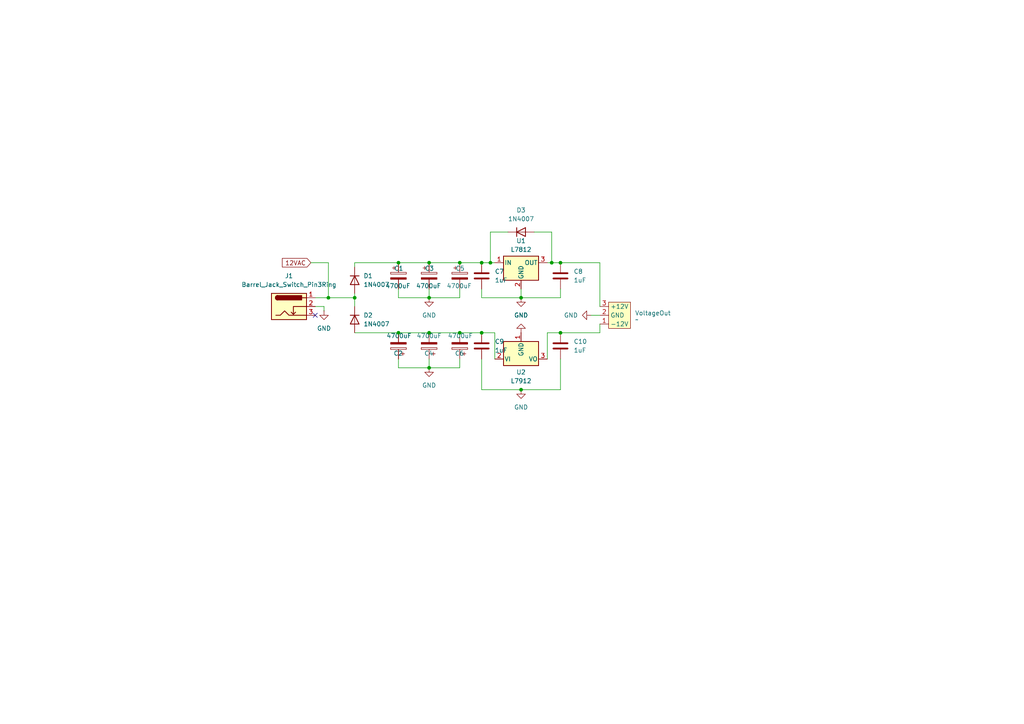
<source format=kicad_sch>
(kicad_sch
	(version 20231120)
	(generator "eeschema")
	(generator_version "8.0")
	(uuid "38eab28f-64a5-4038-8b02-1231537ca936")
	(paper "A4")
	(lib_symbols
		(symbol "Connector:Barrel_Jack_Switch_Pin3Ring"
			(pin_names hide)
			(exclude_from_sim no)
			(in_bom yes)
			(on_board yes)
			(property "Reference" "J"
				(at 0 5.334 0)
				(effects
					(font
						(size 1.27 1.27)
					)
				)
			)
			(property "Value" "Barrel_Jack_Switch_Pin3Ring"
				(at 0 -5.08 0)
				(effects
					(font
						(size 1.27 1.27)
					)
				)
			)
			(property "Footprint" ""
				(at 1.27 -1.016 0)
				(effects
					(font
						(size 1.27 1.27)
					)
					(hide yes)
				)
			)
			(property "Datasheet" "~"
				(at 1.27 -1.016 0)
				(effects
					(font
						(size 1.27 1.27)
					)
					(hide yes)
				)
			)
			(property "Description" "DC Barrel Jack with an internal switch"
				(at 0 0 0)
				(effects
					(font
						(size 1.27 1.27)
					)
					(hide yes)
				)
			)
			(property "ki_keywords" "DC power barrel jack connector"
				(at 0 0 0)
				(effects
					(font
						(size 1.27 1.27)
					)
					(hide yes)
				)
			)
			(property "ki_fp_filters" "BarrelJack*"
				(at 0 0 0)
				(effects
					(font
						(size 1.27 1.27)
					)
					(hide yes)
				)
			)
			(symbol "Barrel_Jack_Switch_Pin3Ring_0_1"
				(rectangle
					(start -5.08 3.81)
					(end 5.08 -3.81)
					(stroke
						(width 0.254)
						(type default)
					)
					(fill
						(type background)
					)
				)
				(arc
					(start -3.302 3.175)
					(mid -3.9343 2.54)
					(end -3.302 1.905)
					(stroke
						(width 0.254)
						(type default)
					)
					(fill
						(type none)
					)
				)
				(arc
					(start -3.302 3.175)
					(mid -3.9343 2.54)
					(end -3.302 1.905)
					(stroke
						(width 0.254)
						(type default)
					)
					(fill
						(type outline)
					)
				)
				(polyline
					(pts
						(xy 1.27 -2.286) (xy 1.905 -1.651)
					)
					(stroke
						(width 0.254)
						(type default)
					)
					(fill
						(type none)
					)
				)
				(polyline
					(pts
						(xy 5.08 2.54) (xy 3.81 2.54)
					)
					(stroke
						(width 0.254)
						(type default)
					)
					(fill
						(type none)
					)
				)
				(polyline
					(pts
						(xy 5.08 0) (xy 1.27 0) (xy 1.27 -2.286) (xy 0.635 -1.651)
					)
					(stroke
						(width 0.254)
						(type default)
					)
					(fill
						(type none)
					)
				)
				(polyline
					(pts
						(xy -3.81 -2.54) (xy -2.54 -2.54) (xy -1.27 -1.27) (xy 0 -2.54) (xy 2.54 -2.54) (xy 5.08 -2.54)
					)
					(stroke
						(width 0.254)
						(type default)
					)
					(fill
						(type none)
					)
				)
				(rectangle
					(start 3.683 3.175)
					(end -3.302 1.905)
					(stroke
						(width 0.254)
						(type default)
					)
					(fill
						(type outline)
					)
				)
			)
			(symbol "Barrel_Jack_Switch_Pin3Ring_1_1"
				(pin passive line
					(at 7.62 2.54 180)
					(length 2.54)
					(name "~"
						(effects
							(font
								(size 1.27 1.27)
							)
						)
					)
					(number "1"
						(effects
							(font
								(size 1.27 1.27)
							)
						)
					)
				)
				(pin passive line
					(at 7.62 0 180)
					(length 2.54)
					(name "~"
						(effects
							(font
								(size 1.27 1.27)
							)
						)
					)
					(number "2"
						(effects
							(font
								(size 1.27 1.27)
							)
						)
					)
				)
				(pin passive line
					(at 7.62 -2.54 180)
					(length 2.54)
					(name "~"
						(effects
							(font
								(size 1.27 1.27)
							)
						)
					)
					(number "3"
						(effects
							(font
								(size 1.27 1.27)
							)
						)
					)
				)
			)
		)
		(symbol "Custom:OUT+-12V"
			(exclude_from_sim no)
			(in_bom yes)
			(on_board yes)
			(property "Reference" "OUT"
				(at 5.08 -4.4449 0)
				(effects
					(font
						(size 1.27 1.27)
					)
					(justify left)
				)
			)
			(property "Value" "~"
				(at 5.08 -6.35 0)
				(effects
					(font
						(size 1.27 1.27)
					)
					(justify left)
				)
			)
			(property "Footprint" "Custom:OUT+-12V"
				(at 0 0 0)
				(effects
					(font
						(size 1.27 1.27)
					)
					(hide yes)
				)
			)
			(property "Datasheet" ""
				(at 0 0 0)
				(effects
					(font
						(size 1.27 1.27)
					)
					(hide yes)
				)
			)
			(property "Description" ""
				(at 0 0 0)
				(effects
					(font
						(size 1.27 1.27)
					)
					(hide yes)
				)
			)
			(symbol "OUT+-12V_1_1"
				(rectangle
					(start -2.54 -1.27)
					(end 3.81 -8.89)
					(stroke
						(width 0)
						(type default)
					)
					(fill
						(type background)
					)
				)
				(pin input line
					(at -5.08 -7.62 0)
					(length 2.54)
					(name "-12V"
						(effects
							(font
								(size 1.27 1.27)
							)
						)
					)
					(number "1"
						(effects
							(font
								(size 1.27 1.27)
							)
						)
					)
				)
				(pin input line
					(at -5.08 -5.08 0)
					(length 2.54)
					(name "GND"
						(effects
							(font
								(size 1.27 1.27)
							)
						)
					)
					(number "2"
						(effects
							(font
								(size 1.27 1.27)
							)
						)
					)
				)
				(pin input line
					(at -5.08 -2.54 0)
					(length 2.54)
					(name "+12V"
						(effects
							(font
								(size 1.27 1.27)
							)
						)
					)
					(number "3"
						(effects
							(font
								(size 1.27 1.27)
							)
						)
					)
				)
			)
		)
		(symbol "Device:C"
			(pin_numbers hide)
			(pin_names
				(offset 0.254)
			)
			(exclude_from_sim no)
			(in_bom yes)
			(on_board yes)
			(property "Reference" "C"
				(at 0.635 2.54 0)
				(effects
					(font
						(size 1.27 1.27)
					)
					(justify left)
				)
			)
			(property "Value" "C"
				(at 0.635 -2.54 0)
				(effects
					(font
						(size 1.27 1.27)
					)
					(justify left)
				)
			)
			(property "Footprint" ""
				(at 0.9652 -3.81 0)
				(effects
					(font
						(size 1.27 1.27)
					)
					(hide yes)
				)
			)
			(property "Datasheet" "~"
				(at 0 0 0)
				(effects
					(font
						(size 1.27 1.27)
					)
					(hide yes)
				)
			)
			(property "Description" "Unpolarized capacitor"
				(at 0 0 0)
				(effects
					(font
						(size 1.27 1.27)
					)
					(hide yes)
				)
			)
			(property "ki_keywords" "cap capacitor"
				(at 0 0 0)
				(effects
					(font
						(size 1.27 1.27)
					)
					(hide yes)
				)
			)
			(property "ki_fp_filters" "C_*"
				(at 0 0 0)
				(effects
					(font
						(size 1.27 1.27)
					)
					(hide yes)
				)
			)
			(symbol "C_0_1"
				(polyline
					(pts
						(xy -2.032 -0.762) (xy 2.032 -0.762)
					)
					(stroke
						(width 0.508)
						(type default)
					)
					(fill
						(type none)
					)
				)
				(polyline
					(pts
						(xy -2.032 0.762) (xy 2.032 0.762)
					)
					(stroke
						(width 0.508)
						(type default)
					)
					(fill
						(type none)
					)
				)
			)
			(symbol "C_1_1"
				(pin passive line
					(at 0 3.81 270)
					(length 2.794)
					(name "~"
						(effects
							(font
								(size 1.27 1.27)
							)
						)
					)
					(number "1"
						(effects
							(font
								(size 1.27 1.27)
							)
						)
					)
				)
				(pin passive line
					(at 0 -3.81 90)
					(length 2.794)
					(name "~"
						(effects
							(font
								(size 1.27 1.27)
							)
						)
					)
					(number "2"
						(effects
							(font
								(size 1.27 1.27)
							)
						)
					)
				)
			)
		)
		(symbol "Device:C_Polarized"
			(pin_numbers hide)
			(pin_names
				(offset 0.254)
			)
			(exclude_from_sim no)
			(in_bom yes)
			(on_board yes)
			(property "Reference" "C"
				(at 0.635 2.54 0)
				(effects
					(font
						(size 1.27 1.27)
					)
					(justify left)
				)
			)
			(property "Value" "C_Polarized"
				(at 0.635 -2.54 0)
				(effects
					(font
						(size 1.27 1.27)
					)
					(justify left)
				)
			)
			(property "Footprint" ""
				(at 0.9652 -3.81 0)
				(effects
					(font
						(size 1.27 1.27)
					)
					(hide yes)
				)
			)
			(property "Datasheet" "~"
				(at 0 0 0)
				(effects
					(font
						(size 1.27 1.27)
					)
					(hide yes)
				)
			)
			(property "Description" "Polarized capacitor"
				(at 0 0 0)
				(effects
					(font
						(size 1.27 1.27)
					)
					(hide yes)
				)
			)
			(property "ki_keywords" "cap capacitor"
				(at 0 0 0)
				(effects
					(font
						(size 1.27 1.27)
					)
					(hide yes)
				)
			)
			(property "ki_fp_filters" "CP_*"
				(at 0 0 0)
				(effects
					(font
						(size 1.27 1.27)
					)
					(hide yes)
				)
			)
			(symbol "C_Polarized_0_1"
				(rectangle
					(start -2.286 0.508)
					(end 2.286 1.016)
					(stroke
						(width 0)
						(type default)
					)
					(fill
						(type none)
					)
				)
				(polyline
					(pts
						(xy -1.778 2.286) (xy -0.762 2.286)
					)
					(stroke
						(width 0)
						(type default)
					)
					(fill
						(type none)
					)
				)
				(polyline
					(pts
						(xy -1.27 2.794) (xy -1.27 1.778)
					)
					(stroke
						(width 0)
						(type default)
					)
					(fill
						(type none)
					)
				)
				(rectangle
					(start 2.286 -0.508)
					(end -2.286 -1.016)
					(stroke
						(width 0)
						(type default)
					)
					(fill
						(type outline)
					)
				)
			)
			(symbol "C_Polarized_1_1"
				(pin passive line
					(at 0 3.81 270)
					(length 2.794)
					(name "~"
						(effects
							(font
								(size 1.27 1.27)
							)
						)
					)
					(number "1"
						(effects
							(font
								(size 1.27 1.27)
							)
						)
					)
				)
				(pin passive line
					(at 0 -3.81 90)
					(length 2.794)
					(name "~"
						(effects
							(font
								(size 1.27 1.27)
							)
						)
					)
					(number "2"
						(effects
							(font
								(size 1.27 1.27)
							)
						)
					)
				)
			)
		)
		(symbol "Diode:1N4007"
			(pin_numbers hide)
			(pin_names hide)
			(exclude_from_sim no)
			(in_bom yes)
			(on_board yes)
			(property "Reference" "D"
				(at 0 2.54 0)
				(effects
					(font
						(size 1.27 1.27)
					)
				)
			)
			(property "Value" "1N4007"
				(at 0 -2.54 0)
				(effects
					(font
						(size 1.27 1.27)
					)
				)
			)
			(property "Footprint" "Diode_THT:D_DO-41_SOD81_P10.16mm_Horizontal"
				(at 0 -4.445 0)
				(effects
					(font
						(size 1.27 1.27)
					)
					(hide yes)
				)
			)
			(property "Datasheet" "http://www.vishay.com/docs/88503/1n4001.pdf"
				(at 0 0 0)
				(effects
					(font
						(size 1.27 1.27)
					)
					(hide yes)
				)
			)
			(property "Description" "1000V 1A General Purpose Rectifier Diode, DO-41"
				(at 0 0 0)
				(effects
					(font
						(size 1.27 1.27)
					)
					(hide yes)
				)
			)
			(property "Sim.Device" "D"
				(at 0 0 0)
				(effects
					(font
						(size 1.27 1.27)
					)
					(hide yes)
				)
			)
			(property "Sim.Pins" "1=K 2=A"
				(at 0 0 0)
				(effects
					(font
						(size 1.27 1.27)
					)
					(hide yes)
				)
			)
			(property "ki_keywords" "diode"
				(at 0 0 0)
				(effects
					(font
						(size 1.27 1.27)
					)
					(hide yes)
				)
			)
			(property "ki_fp_filters" "D*DO?41*"
				(at 0 0 0)
				(effects
					(font
						(size 1.27 1.27)
					)
					(hide yes)
				)
			)
			(symbol "1N4007_0_1"
				(polyline
					(pts
						(xy -1.27 1.27) (xy -1.27 -1.27)
					)
					(stroke
						(width 0.254)
						(type default)
					)
					(fill
						(type none)
					)
				)
				(polyline
					(pts
						(xy 1.27 0) (xy -1.27 0)
					)
					(stroke
						(width 0)
						(type default)
					)
					(fill
						(type none)
					)
				)
				(polyline
					(pts
						(xy 1.27 1.27) (xy 1.27 -1.27) (xy -1.27 0) (xy 1.27 1.27)
					)
					(stroke
						(width 0.254)
						(type default)
					)
					(fill
						(type none)
					)
				)
			)
			(symbol "1N4007_1_1"
				(pin passive line
					(at -3.81 0 0)
					(length 2.54)
					(name "K"
						(effects
							(font
								(size 1.27 1.27)
							)
						)
					)
					(number "1"
						(effects
							(font
								(size 1.27 1.27)
							)
						)
					)
				)
				(pin passive line
					(at 3.81 0 180)
					(length 2.54)
					(name "A"
						(effects
							(font
								(size 1.27 1.27)
							)
						)
					)
					(number "2"
						(effects
							(font
								(size 1.27 1.27)
							)
						)
					)
				)
			)
		)
		(symbol "Regulator_Linear:L7812"
			(pin_names
				(offset 0.254)
			)
			(exclude_from_sim no)
			(in_bom yes)
			(on_board yes)
			(property "Reference" "U"
				(at -3.81 3.175 0)
				(effects
					(font
						(size 1.27 1.27)
					)
				)
			)
			(property "Value" "L7812"
				(at 0 3.175 0)
				(effects
					(font
						(size 1.27 1.27)
					)
					(justify left)
				)
			)
			(property "Footprint" ""
				(at 0.635 -3.81 0)
				(effects
					(font
						(size 1.27 1.27)
						(italic yes)
					)
					(justify left)
					(hide yes)
				)
			)
			(property "Datasheet" "http://www.st.com/content/ccc/resource/technical/document/datasheet/41/4f/b3/b0/12/d4/47/88/CD00000444.pdf/files/CD00000444.pdf/jcr:content/translations/en.CD00000444.pdf"
				(at 0 -1.27 0)
				(effects
					(font
						(size 1.27 1.27)
					)
					(hide yes)
				)
			)
			(property "Description" "Positive 1.5A 35V Linear Regulator, Fixed Output 12V, TO-220/TO-263/TO-252"
				(at 0 0 0)
				(effects
					(font
						(size 1.27 1.27)
					)
					(hide yes)
				)
			)
			(property "ki_keywords" "Voltage Regulator 1.5A Positive"
				(at 0 0 0)
				(effects
					(font
						(size 1.27 1.27)
					)
					(hide yes)
				)
			)
			(property "ki_fp_filters" "TO?252* TO?263* TO?220*"
				(at 0 0 0)
				(effects
					(font
						(size 1.27 1.27)
					)
					(hide yes)
				)
			)
			(symbol "L7812_0_1"
				(rectangle
					(start -5.08 1.905)
					(end 5.08 -5.08)
					(stroke
						(width 0.254)
						(type default)
					)
					(fill
						(type background)
					)
				)
			)
			(symbol "L7812_1_1"
				(pin power_in line
					(at -7.62 0 0)
					(length 2.54)
					(name "IN"
						(effects
							(font
								(size 1.27 1.27)
							)
						)
					)
					(number "1"
						(effects
							(font
								(size 1.27 1.27)
							)
						)
					)
				)
				(pin power_in line
					(at 0 -7.62 90)
					(length 2.54)
					(name "GND"
						(effects
							(font
								(size 1.27 1.27)
							)
						)
					)
					(number "2"
						(effects
							(font
								(size 1.27 1.27)
							)
						)
					)
				)
				(pin power_out line
					(at 7.62 0 180)
					(length 2.54)
					(name "OUT"
						(effects
							(font
								(size 1.27 1.27)
							)
						)
					)
					(number "3"
						(effects
							(font
								(size 1.27 1.27)
							)
						)
					)
				)
			)
		)
		(symbol "Regulator_Linear:L7912"
			(pin_names
				(offset 0.254)
			)
			(exclude_from_sim no)
			(in_bom yes)
			(on_board yes)
			(property "Reference" "U"
				(at -3.81 -3.175 0)
				(effects
					(font
						(size 1.27 1.27)
					)
				)
			)
			(property "Value" "L7912"
				(at 0 -3.175 0)
				(effects
					(font
						(size 1.27 1.27)
					)
					(justify left)
				)
			)
			(property "Footprint" ""
				(at 0 -5.08 0)
				(effects
					(font
						(size 1.27 1.27)
						(italic yes)
					)
					(hide yes)
				)
			)
			(property "Datasheet" "http://www.st.com/content/ccc/resource/technical/document/datasheet/c9/16/86/41/c7/2b/45/f2/CD00000450.pdf/files/CD00000450.pdf/jcr:content/translations/en.CD00000450.pdf"
				(at 0 0 0)
				(effects
					(font
						(size 1.27 1.27)
					)
					(hide yes)
				)
			)
			(property "Description" "Negative 1.5A 35V Linear Regulator, Fixed Output -12V, TO-220/TO-263"
				(at 0 0 0)
				(effects
					(font
						(size 1.27 1.27)
					)
					(hide yes)
				)
			)
			(property "ki_keywords" "Voltage Regulator 1.5A Negative"
				(at 0 0 0)
				(effects
					(font
						(size 1.27 1.27)
					)
					(hide yes)
				)
			)
			(property "ki_fp_filters" "TO?220* TO?263*"
				(at 0 0 0)
				(effects
					(font
						(size 1.27 1.27)
					)
					(hide yes)
				)
			)
			(symbol "L7912_0_1"
				(rectangle
					(start -5.08 5.08)
					(end 5.08 -1.905)
					(stroke
						(width 0.254)
						(type default)
					)
					(fill
						(type background)
					)
				)
			)
			(symbol "L7912_1_1"
				(pin power_in line
					(at 0 7.62 270)
					(length 2.54)
					(name "GND"
						(effects
							(font
								(size 1.27 1.27)
							)
						)
					)
					(number "1"
						(effects
							(font
								(size 1.27 1.27)
							)
						)
					)
				)
				(pin power_in line
					(at -7.62 0 0)
					(length 2.54)
					(name "VI"
						(effects
							(font
								(size 1.27 1.27)
							)
						)
					)
					(number "2"
						(effects
							(font
								(size 1.27 1.27)
							)
						)
					)
				)
				(pin power_out line
					(at 7.62 0 180)
					(length 2.54)
					(name "VO"
						(effects
							(font
								(size 1.27 1.27)
							)
						)
					)
					(number "3"
						(effects
							(font
								(size 1.27 1.27)
							)
						)
					)
				)
			)
		)
		(symbol "power:GND"
			(power)
			(pin_numbers hide)
			(pin_names
				(offset 0) hide)
			(exclude_from_sim no)
			(in_bom yes)
			(on_board yes)
			(property "Reference" "#PWR"
				(at 0 -6.35 0)
				(effects
					(font
						(size 1.27 1.27)
					)
					(hide yes)
				)
			)
			(property "Value" "GND"
				(at 0 -3.81 0)
				(effects
					(font
						(size 1.27 1.27)
					)
				)
			)
			(property "Footprint" ""
				(at 0 0 0)
				(effects
					(font
						(size 1.27 1.27)
					)
					(hide yes)
				)
			)
			(property "Datasheet" ""
				(at 0 0 0)
				(effects
					(font
						(size 1.27 1.27)
					)
					(hide yes)
				)
			)
			(property "Description" "Power symbol creates a global label with name \"GND\" , ground"
				(at 0 0 0)
				(effects
					(font
						(size 1.27 1.27)
					)
					(hide yes)
				)
			)
			(property "ki_keywords" "global power"
				(at 0 0 0)
				(effects
					(font
						(size 1.27 1.27)
					)
					(hide yes)
				)
			)
			(symbol "GND_0_1"
				(polyline
					(pts
						(xy 0 0) (xy 0 -1.27) (xy 1.27 -1.27) (xy 0 -2.54) (xy -1.27 -1.27) (xy 0 -1.27)
					)
					(stroke
						(width 0)
						(type default)
					)
					(fill
						(type none)
					)
				)
			)
			(symbol "GND_1_1"
				(pin power_in line
					(at 0 0 270)
					(length 0)
					(name "~"
						(effects
							(font
								(size 1.27 1.27)
							)
						)
					)
					(number "1"
						(effects
							(font
								(size 1.27 1.27)
							)
						)
					)
				)
			)
		)
	)
	(junction
		(at 95.25 86.36)
		(diameter 0)
		(color 0 0 0 0)
		(uuid "0e892738-998e-4fad-9de3-6450303a6d74")
	)
	(junction
		(at 115.57 96.52)
		(diameter 0)
		(color 0 0 0 0)
		(uuid "24488709-636c-4b6f-80da-6e3dd8a40ce8")
	)
	(junction
		(at 124.46 96.52)
		(diameter 0)
		(color 0 0 0 0)
		(uuid "398bbaf4-e56e-4053-86d7-e51d2f02c4a3")
	)
	(junction
		(at 124.46 106.68)
		(diameter 0)
		(color 0 0 0 0)
		(uuid "5cedbc5c-d463-457f-b308-3f6c7f0c7ed2")
	)
	(junction
		(at 160.02 76.2)
		(diameter 0)
		(color 0 0 0 0)
		(uuid "5e60e1fa-0ff0-43ec-93f4-3506dc12013c")
	)
	(junction
		(at 133.35 76.2)
		(diameter 0)
		(color 0 0 0 0)
		(uuid "6e6bda86-ea89-4404-96d8-4cd437b336fb")
	)
	(junction
		(at 124.46 86.36)
		(diameter 0)
		(color 0 0 0 0)
		(uuid "7a452a90-16aa-4178-a0a5-dad717c42d4c")
	)
	(junction
		(at 142.24 76.2)
		(diameter 0)
		(color 0 0 0 0)
		(uuid "7eaf7c94-4324-4a17-8296-f57c3465cb5f")
	)
	(junction
		(at 133.35 96.52)
		(diameter 0)
		(color 0 0 0 0)
		(uuid "7fc8db69-f352-46c2-b410-c087c54b10b9")
	)
	(junction
		(at 139.7 76.2)
		(diameter 0)
		(color 0 0 0 0)
		(uuid "8a4dfcb4-a902-4c8f-89fe-16e4cb889942")
	)
	(junction
		(at 115.57 76.2)
		(diameter 0)
		(color 0 0 0 0)
		(uuid "a1ac9d60-4047-4a1a-a5e9-95d2d67a875b")
	)
	(junction
		(at 124.46 76.2)
		(diameter 0)
		(color 0 0 0 0)
		(uuid "b409a7f2-b9a2-41c2-b40b-5e8f4f48ee97")
	)
	(junction
		(at 162.56 76.2)
		(diameter 0)
		(color 0 0 0 0)
		(uuid "be34c1aa-1d35-4bd1-9481-01c2d02d279e")
	)
	(junction
		(at 139.7 96.52)
		(diameter 0)
		(color 0 0 0 0)
		(uuid "bfe920f2-1bcb-44d9-84b8-f0ec0243d3a5")
	)
	(junction
		(at 151.13 113.03)
		(diameter 0)
		(color 0 0 0 0)
		(uuid "c980c6a8-a84b-4dce-a8d4-57c9b79a05bd")
	)
	(junction
		(at 102.87 86.36)
		(diameter 0)
		(color 0 0 0 0)
		(uuid "ee0df473-71ad-4b4b-ab4f-146baa8c788d")
	)
	(junction
		(at 151.13 86.36)
		(diameter 0)
		(color 0 0 0 0)
		(uuid "f23eeaa0-b632-4144-8a03-085ff9a9eced")
	)
	(junction
		(at 162.56 96.52)
		(diameter 0)
		(color 0 0 0 0)
		(uuid "f263a132-eb2d-47f1-b1df-53085136499f")
	)
	(no_connect
		(at 91.44 91.44)
		(uuid "0e04e595-023e-42d8-8935-3fa21ef7b0f3")
	)
	(wire
		(pts
			(xy 90.17 76.2) (xy 95.25 76.2)
		)
		(stroke
			(width 0)
			(type default)
		)
		(uuid "04cd5988-ddb5-43cb-b36e-7e70c1a78370")
	)
	(wire
		(pts
			(xy 102.87 77.47) (xy 102.87 76.2)
		)
		(stroke
			(width 0)
			(type default)
		)
		(uuid "065c55ba-a634-4d88-9a77-5846506490ae")
	)
	(wire
		(pts
			(xy 162.56 96.52) (xy 173.99 96.52)
		)
		(stroke
			(width 0)
			(type default)
		)
		(uuid "0bce1fd3-914b-4a88-944a-a601654d3655")
	)
	(wire
		(pts
			(xy 162.56 83.82) (xy 162.56 86.36)
		)
		(stroke
			(width 0)
			(type default)
		)
		(uuid "0daaaea3-9cc2-420c-b9fc-2c8d43ad8e28")
	)
	(wire
		(pts
			(xy 115.57 76.2) (xy 124.46 76.2)
		)
		(stroke
			(width 0)
			(type default)
		)
		(uuid "18ea0b12-ff88-46fb-b2ac-35f137ea70d0")
	)
	(wire
		(pts
			(xy 133.35 104.14) (xy 133.35 106.68)
		)
		(stroke
			(width 0)
			(type default)
		)
		(uuid "1dde5d07-377b-4dd9-b9b4-9d4dc9d4a3de")
	)
	(wire
		(pts
			(xy 151.13 86.36) (xy 162.56 86.36)
		)
		(stroke
			(width 0)
			(type default)
		)
		(uuid "2b3f3a38-ca63-49eb-97b7-c6d6549fb506")
	)
	(wire
		(pts
			(xy 160.02 67.31) (xy 160.02 76.2)
		)
		(stroke
			(width 0)
			(type default)
		)
		(uuid "32d83117-b4c2-479e-a4a3-776ad4d38a4f")
	)
	(wire
		(pts
			(xy 151.13 83.82) (xy 151.13 86.36)
		)
		(stroke
			(width 0)
			(type default)
		)
		(uuid "36e90982-2aae-4986-bd5c-4ea4a7ee1699")
	)
	(wire
		(pts
			(xy 139.7 76.2) (xy 142.24 76.2)
		)
		(stroke
			(width 0)
			(type default)
		)
		(uuid "47694017-38f7-4811-bf63-56f0321b8be8")
	)
	(wire
		(pts
			(xy 158.75 76.2) (xy 160.02 76.2)
		)
		(stroke
			(width 0)
			(type default)
		)
		(uuid "485de03b-6f4c-411e-86e3-82bdd72c441b")
	)
	(wire
		(pts
			(xy 133.35 76.2) (xy 139.7 76.2)
		)
		(stroke
			(width 0)
			(type default)
		)
		(uuid "4db3dc61-cb23-4453-b032-3dbd956a4a1f")
	)
	(wire
		(pts
			(xy 115.57 83.82) (xy 115.57 86.36)
		)
		(stroke
			(width 0)
			(type default)
		)
		(uuid "4ef59037-43f2-4575-b94b-4e01605f664a")
	)
	(wire
		(pts
			(xy 95.25 76.2) (xy 95.25 86.36)
		)
		(stroke
			(width 0)
			(type default)
		)
		(uuid "596f2004-66d6-4808-968d-d13c9b14b305")
	)
	(wire
		(pts
			(xy 133.35 86.36) (xy 124.46 86.36)
		)
		(stroke
			(width 0)
			(type default)
		)
		(uuid "59e6e24b-0f77-4aeb-bda4-ab90dfb90038")
	)
	(wire
		(pts
			(xy 115.57 96.52) (xy 124.46 96.52)
		)
		(stroke
			(width 0)
			(type default)
		)
		(uuid "68a7b4b5-f832-4cfb-81f5-61ac4829c9d5")
	)
	(wire
		(pts
			(xy 142.24 76.2) (xy 143.51 76.2)
		)
		(stroke
			(width 0)
			(type default)
		)
		(uuid "6c8152a2-8a62-4eeb-b82c-e00201391738")
	)
	(wire
		(pts
			(xy 158.75 96.52) (xy 162.56 96.52)
		)
		(stroke
			(width 0)
			(type default)
		)
		(uuid "6cde79ee-88c8-40d4-b168-7f6e5266d657")
	)
	(wire
		(pts
			(xy 133.35 106.68) (xy 124.46 106.68)
		)
		(stroke
			(width 0)
			(type default)
		)
		(uuid "6e71db91-6a47-4b44-b84c-827e9490c479")
	)
	(wire
		(pts
			(xy 133.35 83.82) (xy 133.35 86.36)
		)
		(stroke
			(width 0)
			(type default)
		)
		(uuid "6f0954d5-ae24-43e2-99aa-c4c41915167a")
	)
	(wire
		(pts
			(xy 154.94 67.31) (xy 160.02 67.31)
		)
		(stroke
			(width 0)
			(type default)
		)
		(uuid "7808c5ff-844c-4a34-a86e-7270dbfa99a2")
	)
	(wire
		(pts
			(xy 124.46 104.14) (xy 124.46 106.68)
		)
		(stroke
			(width 0)
			(type default)
		)
		(uuid "788fe494-f666-4566-aeeb-9c2f4c6e31f1")
	)
	(wire
		(pts
			(xy 142.24 67.31) (xy 142.24 76.2)
		)
		(stroke
			(width 0)
			(type default)
		)
		(uuid "7aa188f9-0782-4b6c-b3fa-9349bb48c310")
	)
	(wire
		(pts
			(xy 93.98 88.9) (xy 93.98 90.17)
		)
		(stroke
			(width 0)
			(type default)
		)
		(uuid "7b3bb1ff-a8bf-4516-846e-8d4a094df6e6")
	)
	(wire
		(pts
			(xy 102.87 86.36) (xy 102.87 88.9)
		)
		(stroke
			(width 0)
			(type default)
		)
		(uuid "7fc223d8-5d4c-46d7-826f-c7932d9bba9e")
	)
	(wire
		(pts
			(xy 115.57 104.14) (xy 115.57 106.68)
		)
		(stroke
			(width 0)
			(type default)
		)
		(uuid "84a32721-8121-418a-81d7-789282accebd")
	)
	(wire
		(pts
			(xy 173.99 76.2) (xy 162.56 76.2)
		)
		(stroke
			(width 0)
			(type default)
		)
		(uuid "86a47af8-16fa-49d2-9a82-ab1eeafd7aec")
	)
	(wire
		(pts
			(xy 91.44 86.36) (xy 95.25 86.36)
		)
		(stroke
			(width 0)
			(type default)
		)
		(uuid "92513a58-5dd8-415f-8cd9-e30bccae95e5")
	)
	(wire
		(pts
			(xy 147.32 67.31) (xy 142.24 67.31)
		)
		(stroke
			(width 0)
			(type default)
		)
		(uuid "9689775c-ef0c-4718-ae8c-a8cce2daf0a8")
	)
	(wire
		(pts
			(xy 162.56 104.14) (xy 162.56 113.03)
		)
		(stroke
			(width 0)
			(type default)
		)
		(uuid "997849ae-65f9-4c9e-80e0-0029c146934d")
	)
	(wire
		(pts
			(xy 173.99 93.98) (xy 173.99 96.52)
		)
		(stroke
			(width 0)
			(type default)
		)
		(uuid "99843c38-7a71-4bd9-afa4-6b1a1d0becee")
	)
	(wire
		(pts
			(xy 102.87 96.52) (xy 115.57 96.52)
		)
		(stroke
			(width 0)
			(type default)
		)
		(uuid "99e930e5-8d52-4fc3-a632-b5f0cd44e92d")
	)
	(wire
		(pts
			(xy 102.87 76.2) (xy 115.57 76.2)
		)
		(stroke
			(width 0)
			(type default)
		)
		(uuid "a13ef8a6-9af6-4413-bd33-1272c208a826")
	)
	(wire
		(pts
			(xy 102.87 86.36) (xy 102.87 85.09)
		)
		(stroke
			(width 0)
			(type default)
		)
		(uuid "bde7c913-b900-4f76-a9af-18a880dc36c1")
	)
	(wire
		(pts
			(xy 160.02 76.2) (xy 162.56 76.2)
		)
		(stroke
			(width 0)
			(type default)
		)
		(uuid "c2e34b0e-b6f0-4695-9fe0-0747b51d628e")
	)
	(wire
		(pts
			(xy 173.99 88.9) (xy 173.99 76.2)
		)
		(stroke
			(width 0)
			(type default)
		)
		(uuid "c3e8d860-6fc6-4302-bf11-a27591c595c8")
	)
	(wire
		(pts
			(xy 143.51 96.52) (xy 139.7 96.52)
		)
		(stroke
			(width 0)
			(type default)
		)
		(uuid "c5d6d3ef-9706-4b45-a2ac-b35cd47d6742")
	)
	(wire
		(pts
			(xy 139.7 113.03) (xy 151.13 113.03)
		)
		(stroke
			(width 0)
			(type default)
		)
		(uuid "c657d56f-969a-40bb-b134-da74835b74e4")
	)
	(wire
		(pts
			(xy 139.7 86.36) (xy 151.13 86.36)
		)
		(stroke
			(width 0)
			(type default)
		)
		(uuid "caed027a-31b9-4cc1-af3b-dd9707ae52ba")
	)
	(wire
		(pts
			(xy 162.56 113.03) (xy 151.13 113.03)
		)
		(stroke
			(width 0)
			(type default)
		)
		(uuid "cb0286bb-427a-41ab-8e88-5d09dc646b6b")
	)
	(wire
		(pts
			(xy 158.75 104.14) (xy 158.75 96.52)
		)
		(stroke
			(width 0)
			(type default)
		)
		(uuid "d6e6c309-e5e5-440e-854c-a9ed53bfbb97")
	)
	(wire
		(pts
			(xy 115.57 86.36) (xy 124.46 86.36)
		)
		(stroke
			(width 0)
			(type default)
		)
		(uuid "d93f01ba-1010-475d-9617-11abd081cb24")
	)
	(wire
		(pts
			(xy 124.46 96.52) (xy 133.35 96.52)
		)
		(stroke
			(width 0)
			(type default)
		)
		(uuid "dbb18e9b-2604-4953-8e41-53ac4827a498")
	)
	(wire
		(pts
			(xy 139.7 83.82) (xy 139.7 86.36)
		)
		(stroke
			(width 0)
			(type default)
		)
		(uuid "de8b3b80-f147-4c6d-b68b-d3c2325d26d9")
	)
	(wire
		(pts
			(xy 124.46 83.82) (xy 124.46 86.36)
		)
		(stroke
			(width 0)
			(type default)
		)
		(uuid "df9f7d36-3226-4296-ac1f-305eea7a4a7a")
	)
	(wire
		(pts
			(xy 91.44 88.9) (xy 93.98 88.9)
		)
		(stroke
			(width 0)
			(type default)
		)
		(uuid "e06c51cb-8b64-40e8-95ab-9ca06fea9d3b")
	)
	(wire
		(pts
			(xy 171.45 91.44) (xy 173.99 91.44)
		)
		(stroke
			(width 0)
			(type default)
		)
		(uuid "e19064b5-dd5e-4fdf-9392-67d212702926")
	)
	(wire
		(pts
			(xy 95.25 86.36) (xy 102.87 86.36)
		)
		(stroke
			(width 0)
			(type default)
		)
		(uuid "e1d57687-d973-43b0-8f0a-fc39a1e1da37")
	)
	(wire
		(pts
			(xy 133.35 96.52) (xy 139.7 96.52)
		)
		(stroke
			(width 0)
			(type default)
		)
		(uuid "e5205dcc-9915-49f4-b523-96b34f9f0414")
	)
	(wire
		(pts
			(xy 139.7 104.14) (xy 139.7 113.03)
		)
		(stroke
			(width 0)
			(type default)
		)
		(uuid "ec2a0318-0898-4b05-9aca-3604aee30fc8")
	)
	(wire
		(pts
			(xy 143.51 104.14) (xy 143.51 96.52)
		)
		(stroke
			(width 0)
			(type default)
		)
		(uuid "f2c03b17-3d54-46dc-89fe-8cb88e2fb3a1")
	)
	(wire
		(pts
			(xy 124.46 76.2) (xy 133.35 76.2)
		)
		(stroke
			(width 0)
			(type default)
		)
		(uuid "f8a425af-4572-44d0-af1f-891ff75eda99")
	)
	(wire
		(pts
			(xy 115.57 106.68) (xy 124.46 106.68)
		)
		(stroke
			(width 0)
			(type default)
		)
		(uuid "f9a6c1d5-40d8-4970-82f2-ebc5ba504b19")
	)
	(global_label "12VAC"
		(shape input)
		(at 90.17 76.2 180)
		(fields_autoplaced yes)
		(effects
			(font
				(size 1.27 1.27)
			)
			(justify right)
		)
		(uuid "220e6875-7ae3-49bd-87fe-04c493d8ea61")
		(property "Intersheetrefs" "${INTERSHEET_REFS}"
			(at 81.3186 76.2 0)
			(effects
				(font
					(size 1.27 1.27)
				)
				(justify right)
				(hide yes)
			)
		)
	)
	(symbol
		(lib_id "Diode:1N4007")
		(at 102.87 92.71 270)
		(unit 1)
		(exclude_from_sim no)
		(in_bom yes)
		(on_board yes)
		(dnp no)
		(fields_autoplaced yes)
		(uuid "153d6ab1-c508-49b2-84ed-b1ffc4acdd8a")
		(property "Reference" "D2"
			(at 105.41 91.4399 90)
			(effects
				(font
					(size 1.27 1.27)
				)
				(justify left)
			)
		)
		(property "Value" "1N4007"
			(at 105.41 93.9799 90)
			(effects
				(font
					(size 1.27 1.27)
				)
				(justify left)
			)
		)
		(property "Footprint" "Diode_THT:D_DO-41_SOD81_P10.16mm_Horizontal"
			(at 98.425 92.71 0)
			(effects
				(font
					(size 1.27 1.27)
				)
				(hide yes)
			)
		)
		(property "Datasheet" "http://www.vishay.com/docs/88503/1n4001.pdf"
			(at 102.87 92.71 0)
			(effects
				(font
					(size 1.27 1.27)
				)
				(hide yes)
			)
		)
		(property "Description" "1000V 1A General Purpose Rectifier Diode, DO-41"
			(at 102.87 92.71 0)
			(effects
				(font
					(size 1.27 1.27)
				)
				(hide yes)
			)
		)
		(property "Sim.Device" "D"
			(at 102.87 92.71 0)
			(effects
				(font
					(size 1.27 1.27)
				)
				(hide yes)
			)
		)
		(property "Sim.Pins" "1=K 2=A"
			(at 102.87 92.71 0)
			(effects
				(font
					(size 1.27 1.27)
				)
				(hide yes)
			)
		)
		(pin "1"
			(uuid "af081d2d-b412-4221-b129-91123da6b5a7")
		)
		(pin "2"
			(uuid "1d06fbc5-b036-4599-82f4-2b9fa7a26a05")
		)
		(instances
			(project "PSU"
				(path "/38eab28f-64a5-4038-8b02-1231537ca936"
					(reference "D2")
					(unit 1)
				)
			)
		)
	)
	(symbol
		(lib_id "power:GND")
		(at 151.13 96.52 180)
		(unit 1)
		(exclude_from_sim no)
		(in_bom yes)
		(on_board yes)
		(dnp no)
		(fields_autoplaced yes)
		(uuid "178990a5-39f9-4de8-841f-1857907389e1")
		(property "Reference" "#PWR05"
			(at 151.13 90.17 0)
			(effects
				(font
					(size 1.27 1.27)
				)
				(hide yes)
			)
		)
		(property "Value" "GND"
			(at 151.13 91.44 0)
			(effects
				(font
					(size 1.27 1.27)
				)
			)
		)
		(property "Footprint" ""
			(at 151.13 96.52 0)
			(effects
				(font
					(size 1.27 1.27)
				)
				(hide yes)
			)
		)
		(property "Datasheet" ""
			(at 151.13 96.52 0)
			(effects
				(font
					(size 1.27 1.27)
				)
				(hide yes)
			)
		)
		(property "Description" "Power symbol creates a global label with name \"GND\" , ground"
			(at 151.13 96.52 0)
			(effects
				(font
					(size 1.27 1.27)
				)
				(hide yes)
			)
		)
		(pin "1"
			(uuid "15b44e2f-9b1c-4980-bb4d-7e91bb259a52")
		)
		(instances
			(project "PSU"
				(path "/38eab28f-64a5-4038-8b02-1231537ca936"
					(reference "#PWR05")
					(unit 1)
				)
			)
		)
	)
	(symbol
		(lib_id "Diode:1N4007")
		(at 102.87 81.28 270)
		(unit 1)
		(exclude_from_sim no)
		(in_bom yes)
		(on_board yes)
		(dnp no)
		(fields_autoplaced yes)
		(uuid "338fa07c-4f26-4305-997c-d09c738d8593")
		(property "Reference" "D1"
			(at 105.41 80.0099 90)
			(effects
				(font
					(size 1.27 1.27)
				)
				(justify left)
			)
		)
		(property "Value" "1N4007"
			(at 105.41 82.5499 90)
			(effects
				(font
					(size 1.27 1.27)
				)
				(justify left)
			)
		)
		(property "Footprint" "Diode_THT:D_DO-41_SOD81_P10.16mm_Horizontal"
			(at 98.425 81.28 0)
			(effects
				(font
					(size 1.27 1.27)
				)
				(hide yes)
			)
		)
		(property "Datasheet" "http://www.vishay.com/docs/88503/1n4001.pdf"
			(at 102.87 81.28 0)
			(effects
				(font
					(size 1.27 1.27)
				)
				(hide yes)
			)
		)
		(property "Description" "1000V 1A General Purpose Rectifier Diode, DO-41"
			(at 102.87 81.28 0)
			(effects
				(font
					(size 1.27 1.27)
				)
				(hide yes)
			)
		)
		(property "Sim.Device" "D"
			(at 102.87 81.28 0)
			(effects
				(font
					(size 1.27 1.27)
				)
				(hide yes)
			)
		)
		(property "Sim.Pins" "1=K 2=A"
			(at 102.87 81.28 0)
			(effects
				(font
					(size 1.27 1.27)
				)
				(hide yes)
			)
		)
		(pin "1"
			(uuid "e497ab7e-e849-4101-b015-3d3207732008")
		)
		(pin "2"
			(uuid "cccb49f2-4941-4af3-9587-57ea68373075")
		)
		(instances
			(project "PSU"
				(path "/38eab28f-64a5-4038-8b02-1231537ca936"
					(reference "D1")
					(unit 1)
				)
			)
		)
	)
	(symbol
		(lib_id "Device:C")
		(at 139.7 80.01 0)
		(unit 1)
		(exclude_from_sim no)
		(in_bom yes)
		(on_board yes)
		(dnp no)
		(fields_autoplaced yes)
		(uuid "3f24a4ee-18f9-491d-b096-87274cb99182")
		(property "Reference" "C7"
			(at 143.51 78.7399 0)
			(effects
				(font
					(size 1.27 1.27)
				)
				(justify left)
			)
		)
		(property "Value" "1uF"
			(at 143.51 81.2799 0)
			(effects
				(font
					(size 1.27 1.27)
				)
				(justify left)
			)
		)
		(property "Footprint" "Capacitor_THT:C_Disc_D7.5mm_W2.5mm_P5.00mm"
			(at 140.6652 83.82 0)
			(effects
				(font
					(size 1.27 1.27)
				)
				(hide yes)
			)
		)
		(property "Datasheet" "~"
			(at 139.7 80.01 0)
			(effects
				(font
					(size 1.27 1.27)
				)
				(hide yes)
			)
		)
		(property "Description" "Unpolarized capacitor"
			(at 139.7 80.01 0)
			(effects
				(font
					(size 1.27 1.27)
				)
				(hide yes)
			)
		)
		(pin "2"
			(uuid "f36bb04f-c638-4338-96e5-bc65aed69164")
		)
		(pin "1"
			(uuid "b2ab1f2c-2420-46cb-a19c-7ff56c98d6f6")
		)
		(instances
			(project "PSU"
				(path "/38eab28f-64a5-4038-8b02-1231537ca936"
					(reference "C7")
					(unit 1)
				)
			)
		)
	)
	(symbol
		(lib_id "power:GND")
		(at 171.45 91.44 270)
		(unit 1)
		(exclude_from_sim no)
		(in_bom yes)
		(on_board yes)
		(dnp no)
		(fields_autoplaced yes)
		(uuid "46950150-02f6-4463-90fc-d34a471e7add")
		(property "Reference" "#PWR07"
			(at 165.1 91.44 0)
			(effects
				(font
					(size 1.27 1.27)
				)
				(hide yes)
			)
		)
		(property "Value" "GND"
			(at 167.64 91.4399 90)
			(effects
				(font
					(size 1.27 1.27)
				)
				(justify right)
			)
		)
		(property "Footprint" ""
			(at 171.45 91.44 0)
			(effects
				(font
					(size 1.27 1.27)
				)
				(hide yes)
			)
		)
		(property "Datasheet" ""
			(at 171.45 91.44 0)
			(effects
				(font
					(size 1.27 1.27)
				)
				(hide yes)
			)
		)
		(property "Description" "Power symbol creates a global label with name \"GND\" , ground"
			(at 171.45 91.44 0)
			(effects
				(font
					(size 1.27 1.27)
				)
				(hide yes)
			)
		)
		(pin "1"
			(uuid "9e1abd5b-88c7-41e8-ae99-52bc9bf9d79a")
		)
		(instances
			(project "PSU"
				(path "/38eab28f-64a5-4038-8b02-1231537ca936"
					(reference "#PWR07")
					(unit 1)
				)
			)
		)
	)
	(symbol
		(lib_id "Device:C_Polarized")
		(at 124.46 100.33 180)
		(unit 1)
		(exclude_from_sim no)
		(in_bom yes)
		(on_board yes)
		(dnp no)
		(uuid "4c83ecce-9217-44b5-b8aa-c37ebf3731ff")
		(property "Reference" "C4"
			(at 125.73 102.4891 0)
			(effects
				(font
					(size 1.27 1.27)
				)
				(justify left)
			)
		)
		(property "Value" "4700uF"
			(at 124.46 97.4091 0)
			(effects
				(font
					(size 1.27 1.27)
				)
			)
		)
		(property "Footprint" "Capacitor_THT:CP_Radial_D16.0mm_P7.50mm"
			(at 123.4948 96.52 0)
			(effects
				(font
					(size 1.27 1.27)
				)
				(hide yes)
			)
		)
		(property "Datasheet" "~"
			(at 124.46 100.33 0)
			(effects
				(font
					(size 1.27 1.27)
				)
				(hide yes)
			)
		)
		(property "Description" "Polarized capacitor"
			(at 124.46 100.33 0)
			(effects
				(font
					(size 1.27 1.27)
				)
				(hide yes)
			)
		)
		(pin "2"
			(uuid "50c538ac-aaec-41ef-844f-042a41c7bf11")
		)
		(pin "1"
			(uuid "96e883a7-5ea0-4316-9dbc-a83f59d2819c")
		)
		(instances
			(project "PSU"
				(path "/38eab28f-64a5-4038-8b02-1231537ca936"
					(reference "C4")
					(unit 1)
				)
			)
		)
	)
	(symbol
		(lib_id "Custom:OUT+-12V")
		(at 179.07 86.36 0)
		(unit 1)
		(exclude_from_sim no)
		(in_bom yes)
		(on_board yes)
		(dnp no)
		(fields_autoplaced yes)
		(uuid "4fc82141-ee3f-4c59-a293-36e6c18ecff8")
		(property "Reference" "VoltageOut"
			(at 184.15 90.8049 0)
			(effects
				(font
					(size 1.27 1.27)
				)
				(justify left)
			)
		)
		(property "Value" "~"
			(at 184.15 92.71 0)
			(effects
				(font
					(size 1.27 1.27)
				)
				(justify left)
			)
		)
		(property "Footprint" "Custom:OUT+-12V"
			(at 179.07 86.36 0)
			(effects
				(font
					(size 1.27 1.27)
				)
				(hide yes)
			)
		)
		(property "Datasheet" ""
			(at 179.07 86.36 0)
			(effects
				(font
					(size 1.27 1.27)
				)
				(hide yes)
			)
		)
		(property "Description" ""
			(at 179.07 86.36 0)
			(effects
				(font
					(size 1.27 1.27)
				)
				(hide yes)
			)
		)
		(pin "1"
			(uuid "1998267e-9562-4b60-ac59-c5da36ea73fc")
		)
		(pin "3"
			(uuid "7831ebaa-e92a-43bf-ba80-78c16b4b63d7")
		)
		(pin "2"
			(uuid "2376a542-d7bf-44ec-9a76-de518cfcb77e")
		)
		(instances
			(project "PSU"
				(path "/38eab28f-64a5-4038-8b02-1231537ca936"
					(reference "VoltageOut")
					(unit 1)
				)
			)
		)
	)
	(symbol
		(lib_id "Device:C")
		(at 162.56 100.33 0)
		(unit 1)
		(exclude_from_sim no)
		(in_bom yes)
		(on_board yes)
		(dnp no)
		(fields_autoplaced yes)
		(uuid "51239b69-7419-4919-9976-1ce513fff1ee")
		(property "Reference" "C10"
			(at 166.37 99.0599 0)
			(effects
				(font
					(size 1.27 1.27)
				)
				(justify left)
			)
		)
		(property "Value" "1uF"
			(at 166.37 101.5999 0)
			(effects
				(font
					(size 1.27 1.27)
				)
				(justify left)
			)
		)
		(property "Footprint" "Capacitor_THT:C_Disc_D7.5mm_W2.5mm_P5.00mm"
			(at 163.5252 104.14 0)
			(effects
				(font
					(size 1.27 1.27)
				)
				(hide yes)
			)
		)
		(property "Datasheet" "~"
			(at 162.56 100.33 0)
			(effects
				(font
					(size 1.27 1.27)
				)
				(hide yes)
			)
		)
		(property "Description" "Unpolarized capacitor"
			(at 162.56 100.33 0)
			(effects
				(font
					(size 1.27 1.27)
				)
				(hide yes)
			)
		)
		(pin "2"
			(uuid "0dd04852-131d-4d05-9654-87229b3d2302")
		)
		(pin "1"
			(uuid "c9e6dbf4-4469-4215-a2d2-dd18f38a4200")
		)
		(instances
			(project "PSU"
				(path "/38eab28f-64a5-4038-8b02-1231537ca936"
					(reference "C10")
					(unit 1)
				)
			)
		)
	)
	(symbol
		(lib_id "Device:C")
		(at 139.7 100.33 0)
		(unit 1)
		(exclude_from_sim no)
		(in_bom yes)
		(on_board yes)
		(dnp no)
		(fields_autoplaced yes)
		(uuid "5ce5a8c8-64d3-4855-a652-2a6b9ae7631b")
		(property "Reference" "C9"
			(at 143.51 99.0599 0)
			(effects
				(font
					(size 1.27 1.27)
				)
				(justify left)
			)
		)
		(property "Value" "1uF"
			(at 143.51 101.5999 0)
			(effects
				(font
					(size 1.27 1.27)
				)
				(justify left)
			)
		)
		(property "Footprint" "Capacitor_THT:C_Disc_D7.5mm_W2.5mm_P5.00mm"
			(at 140.6652 104.14 0)
			(effects
				(font
					(size 1.27 1.27)
				)
				(hide yes)
			)
		)
		(property "Datasheet" "~"
			(at 139.7 100.33 0)
			(effects
				(font
					(size 1.27 1.27)
				)
				(hide yes)
			)
		)
		(property "Description" "Unpolarized capacitor"
			(at 139.7 100.33 0)
			(effects
				(font
					(size 1.27 1.27)
				)
				(hide yes)
			)
		)
		(pin "2"
			(uuid "b64a2067-c235-4404-9b25-37da653ba61c")
		)
		(pin "1"
			(uuid "70d865a4-dffd-44b2-9aaa-454126a102ee")
		)
		(instances
			(project "PSU"
				(path "/38eab28f-64a5-4038-8b02-1231537ca936"
					(reference "C9")
					(unit 1)
				)
			)
		)
	)
	(symbol
		(lib_id "Device:C_Polarized")
		(at 124.46 80.01 0)
		(unit 1)
		(exclude_from_sim no)
		(in_bom yes)
		(on_board yes)
		(dnp no)
		(uuid "62959984-6ae6-4e3a-9b99-75af1db9c587")
		(property "Reference" "C3"
			(at 123.19 77.8509 0)
			(effects
				(font
					(size 1.27 1.27)
				)
				(justify left)
			)
		)
		(property "Value" "4700uF"
			(at 111.76 82.9309 0)
			(effects
				(font
					(size 1.27 1.27)
				)
				(justify left)
			)
		)
		(property "Footprint" "Capacitor_THT:CP_Radial_D16.0mm_P7.50mm"
			(at 125.4252 83.82 0)
			(effects
				(font
					(size 1.27 1.27)
				)
				(hide yes)
			)
		)
		(property "Datasheet" "~"
			(at 124.46 80.01 0)
			(effects
				(font
					(size 1.27 1.27)
				)
				(hide yes)
			)
		)
		(property "Description" "Polarized capacitor"
			(at 124.46 80.01 0)
			(effects
				(font
					(size 1.27 1.27)
				)
				(hide yes)
			)
		)
		(pin "2"
			(uuid "49e64186-7d6c-4188-ae51-f8f89a3148ab")
		)
		(pin "1"
			(uuid "69f82a53-21eb-4eae-904d-043cee00093f")
		)
		(instances
			(project "PSU"
				(path "/38eab28f-64a5-4038-8b02-1231537ca936"
					(reference "C3")
					(unit 1)
				)
			)
		)
	)
	(symbol
		(lib_id "Device:C_Polarized")
		(at 133.35 100.33 180)
		(unit 1)
		(exclude_from_sim no)
		(in_bom yes)
		(on_board yes)
		(dnp no)
		(uuid "6530700e-8865-4df3-ba0d-1b6d5ce53d2e")
		(property "Reference" "C6"
			(at 134.62 102.4891 0)
			(effects
				(font
					(size 1.27 1.27)
				)
				(justify left)
			)
		)
		(property "Value" "4700uF"
			(at 137.16 97.4091 0)
			(effects
				(font
					(size 1.27 1.27)
				)
				(justify left)
			)
		)
		(property "Footprint" "Capacitor_THT:CP_Radial_D16.0mm_P7.50mm"
			(at 132.3848 96.52 0)
			(effects
				(font
					(size 1.27 1.27)
				)
				(hide yes)
			)
		)
		(property "Datasheet" "~"
			(at 133.35 100.33 0)
			(effects
				(font
					(size 1.27 1.27)
				)
				(hide yes)
			)
		)
		(property "Description" "Polarized capacitor"
			(at 133.35 100.33 0)
			(effects
				(font
					(size 1.27 1.27)
				)
				(hide yes)
			)
		)
		(pin "2"
			(uuid "2227067f-79e7-42f1-bf12-76f4504c3171")
		)
		(pin "1"
			(uuid "9f734d30-dc8c-4b8d-b31f-5159b72850a6")
		)
		(instances
			(project "PSU"
				(path "/38eab28f-64a5-4038-8b02-1231537ca936"
					(reference "C6")
					(unit 1)
				)
			)
		)
	)
	(symbol
		(lib_id "Regulator_Linear:L7912")
		(at 151.13 104.14 0)
		(unit 1)
		(exclude_from_sim no)
		(in_bom yes)
		(on_board yes)
		(dnp no)
		(fields_autoplaced yes)
		(uuid "701ed621-a534-48c7-b4bf-0872114cbfea")
		(property "Reference" "U2"
			(at 151.13 107.95 0)
			(effects
				(font
					(size 1.27 1.27)
				)
			)
		)
		(property "Value" "L7912"
			(at 151.13 110.49 0)
			(effects
				(font
					(size 1.27 1.27)
				)
			)
		)
		(property "Footprint" "Custom:L7912"
			(at 151.13 109.22 0)
			(effects
				(font
					(size 1.27 1.27)
					(italic yes)
				)
				(hide yes)
			)
		)
		(property "Datasheet" "http://www.st.com/content/ccc/resource/technical/document/datasheet/c9/16/86/41/c7/2b/45/f2/CD00000450.pdf/files/CD00000450.pdf/jcr:content/translations/en.CD00000450.pdf"
			(at 151.13 104.14 0)
			(effects
				(font
					(size 1.27 1.27)
				)
				(hide yes)
			)
		)
		(property "Description" "Negative 1.5A 35V Linear Regulator, Fixed Output -12V, TO-220/TO-263"
			(at 151.13 104.14 0)
			(effects
				(font
					(size 1.27 1.27)
				)
				(hide yes)
			)
		)
		(pin "1"
			(uuid "3a55ebac-4c8d-494c-98b8-32478ca981e5")
		)
		(pin "3"
			(uuid "51d6f4b5-0566-4399-a405-44ab1246aa5c")
		)
		(pin "2"
			(uuid "5ff99ea0-1ce5-4af4-8cb1-dc8f2d1c6d2b")
		)
		(instances
			(project "PSU"
				(path "/38eab28f-64a5-4038-8b02-1231537ca936"
					(reference "U2")
					(unit 1)
				)
			)
		)
	)
	(symbol
		(lib_id "power:GND")
		(at 93.98 90.17 0)
		(unit 1)
		(exclude_from_sim no)
		(in_bom yes)
		(on_board yes)
		(dnp no)
		(fields_autoplaced yes)
		(uuid "81b84f6b-66ad-4a7a-8ba7-d08fc28dfb60")
		(property "Reference" "#PWR01"
			(at 93.98 96.52 0)
			(effects
				(font
					(size 1.27 1.27)
				)
				(hide yes)
			)
		)
		(property "Value" "GND"
			(at 93.98 95.25 0)
			(effects
				(font
					(size 1.27 1.27)
				)
			)
		)
		(property "Footprint" ""
			(at 93.98 90.17 0)
			(effects
				(font
					(size 1.27 1.27)
				)
				(hide yes)
			)
		)
		(property "Datasheet" ""
			(at 93.98 90.17 0)
			(effects
				(font
					(size 1.27 1.27)
				)
				(hide yes)
			)
		)
		(property "Description" "Power symbol creates a global label with name \"GND\" , ground"
			(at 93.98 90.17 0)
			(effects
				(font
					(size 1.27 1.27)
				)
				(hide yes)
			)
		)
		(pin "1"
			(uuid "ecfa14a5-2a8b-47f7-802b-df222e09d65f")
		)
		(instances
			(project "PSU"
				(path "/38eab28f-64a5-4038-8b02-1231537ca936"
					(reference "#PWR01")
					(unit 1)
				)
			)
		)
	)
	(symbol
		(lib_id "Diode:1N4007")
		(at 151.13 67.31 0)
		(unit 1)
		(exclude_from_sim no)
		(in_bom yes)
		(on_board yes)
		(dnp no)
		(fields_autoplaced yes)
		(uuid "8fb788b0-669f-4cd5-ad81-c241d282ada0")
		(property "Reference" "D3"
			(at 151.13 60.96 0)
			(effects
				(font
					(size 1.27 1.27)
				)
			)
		)
		(property "Value" "1N4007"
			(at 151.13 63.5 0)
			(effects
				(font
					(size 1.27 1.27)
				)
			)
		)
		(property "Footprint" "Diode_THT:D_DO-41_SOD81_P10.16mm_Horizontal"
			(at 151.13 71.755 0)
			(effects
				(font
					(size 1.27 1.27)
				)
				(hide yes)
			)
		)
		(property "Datasheet" "http://www.vishay.com/docs/88503/1n4001.pdf"
			(at 151.13 67.31 0)
			(effects
				(font
					(size 1.27 1.27)
				)
				(hide yes)
			)
		)
		(property "Description" "1000V 1A General Purpose Rectifier Diode, DO-41"
			(at 151.13 67.31 0)
			(effects
				(font
					(size 1.27 1.27)
				)
				(hide yes)
			)
		)
		(property "Sim.Device" "D"
			(at 151.13 67.31 0)
			(effects
				(font
					(size 1.27 1.27)
				)
				(hide yes)
			)
		)
		(property "Sim.Pins" "1=K 2=A"
			(at 151.13 67.31 0)
			(effects
				(font
					(size 1.27 1.27)
				)
				(hide yes)
			)
		)
		(pin "1"
			(uuid "bb5a430f-2555-4035-9f9e-e7a25d3ed2cf")
		)
		(pin "2"
			(uuid "fbc4226b-11bc-484b-a990-adeb95818912")
		)
		(instances
			(project "PSU"
				(path "/38eab28f-64a5-4038-8b02-1231537ca936"
					(reference "D3")
					(unit 1)
				)
			)
		)
	)
	(symbol
		(lib_id "Device:C_Polarized")
		(at 115.57 100.33 180)
		(unit 1)
		(exclude_from_sim no)
		(in_bom yes)
		(on_board yes)
		(dnp no)
		(uuid "98ee327a-e65e-41dd-80e7-e0798b068368")
		(property "Reference" "C2"
			(at 116.84 102.4891 0)
			(effects
				(font
					(size 1.27 1.27)
				)
				(justify left)
			)
		)
		(property "Value" "4700uF"
			(at 119.38 97.4091 0)
			(effects
				(font
					(size 1.27 1.27)
				)
				(justify left)
			)
		)
		(property "Footprint" "Capacitor_THT:CP_Radial_D16.0mm_P7.50mm"
			(at 114.6048 96.52 0)
			(effects
				(font
					(size 1.27 1.27)
				)
				(hide yes)
			)
		)
		(property "Datasheet" "~"
			(at 115.57 100.33 0)
			(effects
				(font
					(size 1.27 1.27)
				)
				(hide yes)
			)
		)
		(property "Description" "Polarized capacitor"
			(at 115.57 100.33 0)
			(effects
				(font
					(size 1.27 1.27)
				)
				(hide yes)
			)
		)
		(pin "1"
			(uuid "ecd23d3d-a326-46a9-a4eb-d959fdaec965")
		)
		(pin "2"
			(uuid "f2e78137-a567-4ef1-b478-cf1035cca41c")
		)
		(instances
			(project "PSU"
				(path "/38eab28f-64a5-4038-8b02-1231537ca936"
					(reference "C2")
					(unit 1)
				)
			)
		)
	)
	(symbol
		(lib_id "power:GND")
		(at 151.13 113.03 0)
		(unit 1)
		(exclude_from_sim no)
		(in_bom yes)
		(on_board yes)
		(dnp no)
		(fields_autoplaced yes)
		(uuid "9c335136-44eb-4618-9d36-3bedba00a791")
		(property "Reference" "#PWR06"
			(at 151.13 119.38 0)
			(effects
				(font
					(size 1.27 1.27)
				)
				(hide yes)
			)
		)
		(property "Value" "GND"
			(at 151.13 118.11 0)
			(effects
				(font
					(size 1.27 1.27)
				)
			)
		)
		(property "Footprint" ""
			(at 151.13 113.03 0)
			(effects
				(font
					(size 1.27 1.27)
				)
				(hide yes)
			)
		)
		(property "Datasheet" ""
			(at 151.13 113.03 0)
			(effects
				(font
					(size 1.27 1.27)
				)
				(hide yes)
			)
		)
		(property "Description" "Power symbol creates a global label with name \"GND\" , ground"
			(at 151.13 113.03 0)
			(effects
				(font
					(size 1.27 1.27)
				)
				(hide yes)
			)
		)
		(pin "1"
			(uuid "e7695147-082b-4147-9738-c9b0664a28f6")
		)
		(instances
			(project "PSU"
				(path "/38eab28f-64a5-4038-8b02-1231537ca936"
					(reference "#PWR06")
					(unit 1)
				)
			)
		)
	)
	(symbol
		(lib_id "Device:C_Polarized")
		(at 115.57 80.01 0)
		(unit 1)
		(exclude_from_sim no)
		(in_bom yes)
		(on_board yes)
		(dnp no)
		(uuid "a48ac3eb-6e17-47b8-8fc2-67b17cfabaf1")
		(property "Reference" "C1"
			(at 114.3 77.8509 0)
			(effects
				(font
					(size 1.27 1.27)
				)
				(justify left)
			)
		)
		(property "Value" "4700uF"
			(at 120.65 82.9309 0)
			(effects
				(font
					(size 1.27 1.27)
				)
				(justify left)
			)
		)
		(property "Footprint" "Capacitor_THT:CP_Radial_D16.0mm_P7.50mm"
			(at 116.5352 83.82 0)
			(effects
				(font
					(size 1.27 1.27)
				)
				(hide yes)
			)
		)
		(property "Datasheet" "~"
			(at 115.57 80.01 0)
			(effects
				(font
					(size 1.27 1.27)
				)
				(hide yes)
			)
		)
		(property "Description" "Polarized capacitor"
			(at 115.57 80.01 0)
			(effects
				(font
					(size 1.27 1.27)
				)
				(hide yes)
			)
		)
		(pin "1"
			(uuid "a57f3bbc-22be-43e8-b5ab-d022a24eeab3")
		)
		(pin "2"
			(uuid "2a33c50a-61ed-4b95-bf82-29b1a6f26f88")
		)
		(instances
			(project "PSU"
				(path "/38eab28f-64a5-4038-8b02-1231537ca936"
					(reference "C1")
					(unit 1)
				)
			)
		)
	)
	(symbol
		(lib_id "power:GND")
		(at 124.46 86.36 0)
		(unit 1)
		(exclude_from_sim no)
		(in_bom yes)
		(on_board yes)
		(dnp no)
		(fields_autoplaced yes)
		(uuid "a5d9ce0f-aa3f-46c4-adb3-525ccc949ea6")
		(property "Reference" "#PWR02"
			(at 124.46 92.71 0)
			(effects
				(font
					(size 1.27 1.27)
				)
				(hide yes)
			)
		)
		(property "Value" "GND"
			(at 124.46 91.44 0)
			(effects
				(font
					(size 1.27 1.27)
				)
			)
		)
		(property "Footprint" ""
			(at 124.46 86.36 0)
			(effects
				(font
					(size 1.27 1.27)
				)
				(hide yes)
			)
		)
		(property "Datasheet" ""
			(at 124.46 86.36 0)
			(effects
				(font
					(size 1.27 1.27)
				)
				(hide yes)
			)
		)
		(property "Description" "Power symbol creates a global label with name \"GND\" , ground"
			(at 124.46 86.36 0)
			(effects
				(font
					(size 1.27 1.27)
				)
				(hide yes)
			)
		)
		(pin "1"
			(uuid "47291d83-e9f7-4a2f-97c5-4798928a111b")
		)
		(instances
			(project "PSU"
				(path "/38eab28f-64a5-4038-8b02-1231537ca936"
					(reference "#PWR02")
					(unit 1)
				)
			)
		)
	)
	(symbol
		(lib_id "Device:C_Polarized")
		(at 133.35 80.01 0)
		(unit 1)
		(exclude_from_sim no)
		(in_bom yes)
		(on_board yes)
		(dnp no)
		(uuid "acf71b95-8b2a-400a-89ca-67de1169363e")
		(property "Reference" "C5"
			(at 132.08 77.8509 0)
			(effects
				(font
					(size 1.27 1.27)
				)
				(justify left)
			)
		)
		(property "Value" "4700uF"
			(at 129.54 82.9309 0)
			(effects
				(font
					(size 1.27 1.27)
				)
				(justify left)
			)
		)
		(property "Footprint" "Capacitor_THT:CP_Radial_D16.0mm_P7.50mm"
			(at 134.3152 83.82 0)
			(effects
				(font
					(size 1.27 1.27)
				)
				(hide yes)
			)
		)
		(property "Datasheet" "~"
			(at 133.35 80.01 0)
			(effects
				(font
					(size 1.27 1.27)
				)
				(hide yes)
			)
		)
		(property "Description" "Polarized capacitor"
			(at 133.35 80.01 0)
			(effects
				(font
					(size 1.27 1.27)
				)
				(hide yes)
			)
		)
		(pin "2"
			(uuid "53a03e21-413c-4566-9c8c-349ca42aa66b")
		)
		(pin "1"
			(uuid "d5d9aac7-9fb6-46f2-849b-e09510e5e747")
		)
		(instances
			(project "PSU"
				(path "/38eab28f-64a5-4038-8b02-1231537ca936"
					(reference "C5")
					(unit 1)
				)
			)
		)
	)
	(symbol
		(lib_id "power:GND")
		(at 124.46 106.68 0)
		(unit 1)
		(exclude_from_sim no)
		(in_bom yes)
		(on_board yes)
		(dnp no)
		(fields_autoplaced yes)
		(uuid "af2c8c15-fa8a-414d-9afb-c5cb6364209e")
		(property "Reference" "#PWR03"
			(at 124.46 113.03 0)
			(effects
				(font
					(size 1.27 1.27)
				)
				(hide yes)
			)
		)
		(property "Value" "GND"
			(at 124.46 111.76 0)
			(effects
				(font
					(size 1.27 1.27)
				)
			)
		)
		(property "Footprint" ""
			(at 124.46 106.68 0)
			(effects
				(font
					(size 1.27 1.27)
				)
				(hide yes)
			)
		)
		(property "Datasheet" ""
			(at 124.46 106.68 0)
			(effects
				(font
					(size 1.27 1.27)
				)
				(hide yes)
			)
		)
		(property "Description" "Power symbol creates a global label with name \"GND\" , ground"
			(at 124.46 106.68 0)
			(effects
				(font
					(size 1.27 1.27)
				)
				(hide yes)
			)
		)
		(pin "1"
			(uuid "06b5b47c-f59d-488c-b431-e66b2cb1d977")
		)
		(instances
			(project "PSU"
				(path "/38eab28f-64a5-4038-8b02-1231537ca936"
					(reference "#PWR03")
					(unit 1)
				)
			)
		)
	)
	(symbol
		(lib_id "Regulator_Linear:L7812")
		(at 151.13 76.2 0)
		(unit 1)
		(exclude_from_sim no)
		(in_bom yes)
		(on_board yes)
		(dnp no)
		(fields_autoplaced yes)
		(uuid "cb6311ae-51ab-43ff-9939-0e49be1db1bb")
		(property "Reference" "U1"
			(at 151.13 69.85 0)
			(effects
				(font
					(size 1.27 1.27)
				)
			)
		)
		(property "Value" "L7812"
			(at 151.13 72.39 0)
			(effects
				(font
					(size 1.27 1.27)
				)
			)
		)
		(property "Footprint" "Custom:L7812"
			(at 151.765 80.01 0)
			(effects
				(font
					(size 1.27 1.27)
					(italic yes)
				)
				(justify left)
				(hide yes)
			)
		)
		(property "Datasheet" "http://www.st.com/content/ccc/resource/technical/document/datasheet/41/4f/b3/b0/12/d4/47/88/CD00000444.pdf/files/CD00000444.pdf/jcr:content/translations/en.CD00000444.pdf"
			(at 151.13 77.47 0)
			(effects
				(font
					(size 1.27 1.27)
				)
				(hide yes)
			)
		)
		(property "Description" "Positive 1.5A 35V Linear Regulator, Fixed Output 12V, TO-220/TO-263/TO-252"
			(at 151.13 76.2 0)
			(effects
				(font
					(size 1.27 1.27)
				)
				(hide yes)
			)
		)
		(pin "3"
			(uuid "bddf239b-114c-4895-9792-963ca79adc3d")
		)
		(pin "1"
			(uuid "5f3514ea-ca9b-4253-8a40-a2312b383eb8")
		)
		(pin "2"
			(uuid "18a9c0d0-04b1-48b8-bb06-0f08f497a6dd")
		)
		(instances
			(project "PSU"
				(path "/38eab28f-64a5-4038-8b02-1231537ca936"
					(reference "U1")
					(unit 1)
				)
			)
		)
	)
	(symbol
		(lib_id "Connector:Barrel_Jack_Switch_Pin3Ring")
		(at 83.82 88.9 0)
		(unit 1)
		(exclude_from_sim no)
		(in_bom yes)
		(on_board yes)
		(dnp no)
		(fields_autoplaced yes)
		(uuid "cd62a37c-3f29-4f12-aaff-c4900ac5a158")
		(property "Reference" "J1"
			(at 83.82 80.01 0)
			(effects
				(font
					(size 1.27 1.27)
				)
			)
		)
		(property "Value" "Barrel_Jack_Switch_Pin3Ring"
			(at 83.82 82.55 0)
			(effects
				(font
					(size 1.27 1.27)
				)
			)
		)
		(property "Footprint" "Connector_BarrelJack:BarrelJack_Wuerth_6941xx301002"
			(at 85.09 89.916 0)
			(effects
				(font
					(size 1.27 1.27)
				)
				(hide yes)
			)
		)
		(property "Datasheet" "~"
			(at 85.09 89.916 0)
			(effects
				(font
					(size 1.27 1.27)
				)
				(hide yes)
			)
		)
		(property "Description" "DC Barrel Jack with an internal switch"
			(at 83.82 88.9 0)
			(effects
				(font
					(size 1.27 1.27)
				)
				(hide yes)
			)
		)
		(pin "1"
			(uuid "9ee4e661-eb82-4ede-aa6a-745a8bf84b2f")
		)
		(pin "3"
			(uuid "90df38fa-0d8e-4b86-9ded-864c0c36c4bc")
		)
		(pin "2"
			(uuid "2208b3f5-6492-4d09-ba4b-ad60a2429b1d")
		)
		(instances
			(project "PSU"
				(path "/38eab28f-64a5-4038-8b02-1231537ca936"
					(reference "J1")
					(unit 1)
				)
			)
		)
	)
	(symbol
		(lib_id "Device:C")
		(at 162.56 80.01 0)
		(unit 1)
		(exclude_from_sim no)
		(in_bom yes)
		(on_board yes)
		(dnp no)
		(fields_autoplaced yes)
		(uuid "d5be7a26-f111-40cc-9f87-62a8032b96c3")
		(property "Reference" "C8"
			(at 166.37 78.7399 0)
			(effects
				(font
					(size 1.27 1.27)
				)
				(justify left)
			)
		)
		(property "Value" "1uF"
			(at 166.37 81.2799 0)
			(effects
				(font
					(size 1.27 1.27)
				)
				(justify left)
			)
		)
		(property "Footprint" "Capacitor_THT:C_Disc_D7.5mm_W2.5mm_P5.00mm"
			(at 163.5252 83.82 0)
			(effects
				(font
					(size 1.27 1.27)
				)
				(hide yes)
			)
		)
		(property "Datasheet" "~"
			(at 162.56 80.01 0)
			(effects
				(font
					(size 1.27 1.27)
				)
				(hide yes)
			)
		)
		(property "Description" "Unpolarized capacitor"
			(at 162.56 80.01 0)
			(effects
				(font
					(size 1.27 1.27)
				)
				(hide yes)
			)
		)
		(pin "1"
			(uuid "cc9cd686-2121-4298-9da2-b724b95014e5")
		)
		(pin "2"
			(uuid "d8cb8160-b3f1-4acb-9f86-206b2a8c5c61")
		)
		(instances
			(project "PSU"
				(path "/38eab28f-64a5-4038-8b02-1231537ca936"
					(reference "C8")
					(unit 1)
				)
			)
		)
	)
	(symbol
		(lib_id "power:GND")
		(at 151.13 86.36 0)
		(unit 1)
		(exclude_from_sim no)
		(in_bom yes)
		(on_board yes)
		(dnp no)
		(fields_autoplaced yes)
		(uuid "edbd79ca-51cc-4592-ab05-d1063166b710")
		(property "Reference" "#PWR04"
			(at 151.13 92.71 0)
			(effects
				(font
					(size 1.27 1.27)
				)
				(hide yes)
			)
		)
		(property "Value" "GND"
			(at 151.13 91.44 0)
			(effects
				(font
					(size 1.27 1.27)
				)
			)
		)
		(property "Footprint" ""
			(at 151.13 86.36 0)
			(effects
				(font
					(size 1.27 1.27)
				)
				(hide yes)
			)
		)
		(property "Datasheet" ""
			(at 151.13 86.36 0)
			(effects
				(font
					(size 1.27 1.27)
				)
				(hide yes)
			)
		)
		(property "Description" "Power symbol creates a global label with name \"GND\" , ground"
			(at 151.13 86.36 0)
			(effects
				(font
					(size 1.27 1.27)
				)
				(hide yes)
			)
		)
		(pin "1"
			(uuid "49b8dbdb-7e2e-432d-bae8-6e5ef1ae051c")
		)
		(instances
			(project "PSU"
				(path "/38eab28f-64a5-4038-8b02-1231537ca936"
					(reference "#PWR04")
					(unit 1)
				)
			)
		)
	)
	(sheet_instances
		(path "/"
			(page "1")
		)
	)
)

</source>
